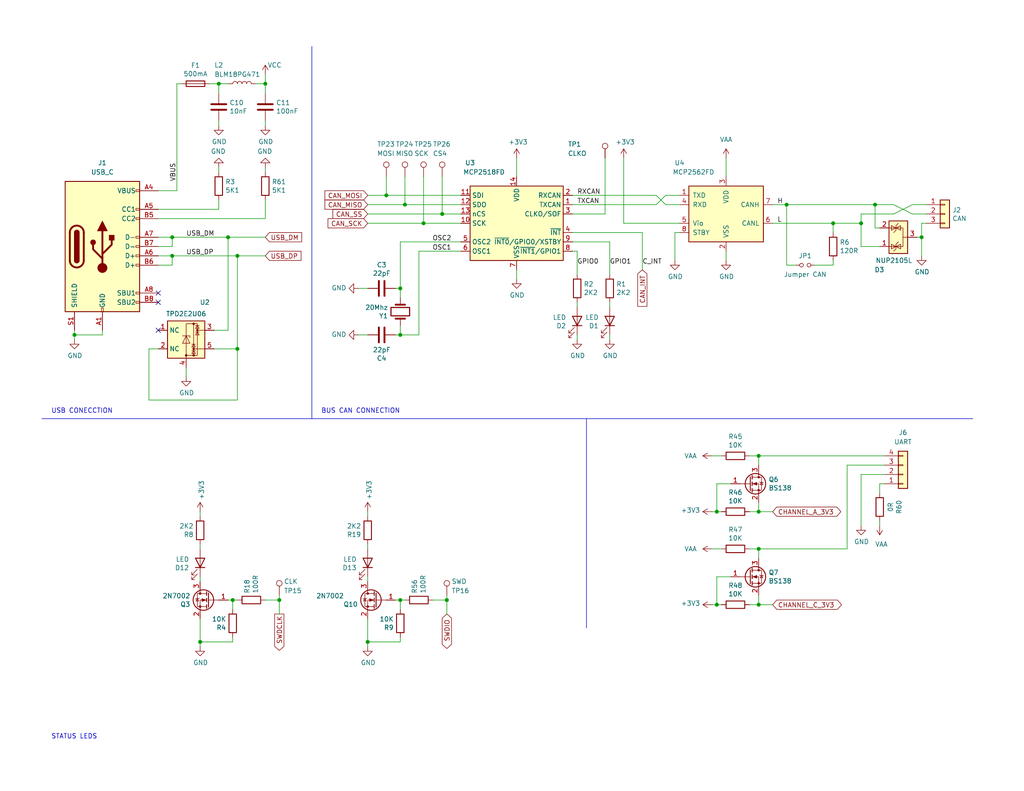
<source format=kicad_sch>
(kicad_sch (version 20231120) (generator "eeschema") (generator_version "8.0")
  (paper "USLetter")
  (title_block (title "Game//Cat") (date "2022-05-29") (rev "R4"))
  (lib_symbols
    (symbol "Connector:TestPoint" (pin_numbers hide) (pin_names (offset 0.762) hide)
      (property "Reference" "TP" (at 0 6.858 0))
      (property "Value" "TestPoint" (at 0 5.08 0))
      (symbol "TestPoint_0_1"
        (circle (center 0 3.302) (radius 0.762))
      )
      (symbol "TestPoint_1_1"
        (pin passive line (at 0 0 90) (length 2.54) (name "1") (number "1"))
      )
    )
    (symbol "Connector:USB_C_Receptacle_USB2.0" (pin_names (offset 1.016))
      (property "Reference" "J" (at -10.16 19.05 0))
      (property "Value" "USB_C_Receptacle_USB2.0" (at 19.05 19.05 0))
      (symbol "USB_C_Receptacle_USB2.0_0_0"
        (rectangle (start -0.254 -17.78) (end 0.254 -16.764))
        (rectangle (start 10.16 -14.986) (end 9.144 -15.494))
        (rectangle (start 10.16 -12.446) (end 9.144 -12.954))
        (rectangle (start 10.16 -4.826) (end 9.144 -5.334))
        (rectangle (start 10.16 -2.286) (end 9.144 -2.794))
        (rectangle (start 10.16 0.254) (end 9.144 -0.254))
        (rectangle (start 10.16 2.794) (end 9.144 2.286))
        (rectangle (start 10.16 7.874) (end 9.144 7.366))
        (rectangle (start 10.16 10.414) (end 9.144 9.906))
        (rectangle (start 10.16 15.494) (end 9.144 14.986))
      )
      (symbol "USB_C_Receptacle_USB2.0_0_1"
        (rectangle (start -10.16 17.78) (end 10.16 -17.78) (stroke (width 0.254)) (fill (type background)))
        (arc (start -8.89 -3.81) (mid -6.985 -5.7067) (end -5.08 -3.81) (stroke (width 0.508)))
        (arc (start -7.62 -3.81) (mid -6.985 -4.4423) (end -6.35 -3.81) (stroke (width 0.254)))
        (arc (start -7.62 -3.81) (mid -6.985 -4.4423) (end -6.35 -3.81) (stroke (width 0.254)) (fill (type outline)))
        (rectangle (start -7.62 -3.81) (end -6.35 3.81) (stroke (width 0.254)) (fill (type outline)))
        (arc (start -6.35 3.81) (mid -6.985 4.4423) (end -7.62 3.81) (stroke (width 0.254)))
        (arc (start -6.35 3.81) (mid -6.985 4.4423) (end -7.62 3.81) (stroke (width 0.254)) (fill (type outline)))
        (arc (start -5.08 3.81) (mid -6.985 5.7067) (end -8.89 3.81) (stroke (width 0.508)))
        (circle (center -2.54 1.143) (radius 0.635) (stroke (width 0.254)) (fill (type outline)))
        (circle (center 0 -5.842) (radius 1.27) (fill (type outline)))
        (polyline (pts (xy -8.89 -3.81) (xy -8.89 3.81)) (stroke (width 0.508)))
        (polyline (pts (xy -5.08 3.81) (xy -5.08 -3.81)) (stroke (width 0.508)))
        (polyline (pts (xy 0 -5.842) (xy 0 4.318)) (stroke (width 0.508)))
        (polyline (pts (xy 0 -3.302) (xy -2.54 -0.762) (xy -2.54 0.508)) (stroke (width 0.508)))
        (polyline (pts (xy 0 -2.032) (xy 2.54 0.508) (xy 2.54 1.778)) (stroke (width 0.508)))
        (polyline (pts (xy -1.27 4.318) (xy 0 6.858) (xy 1.27 4.318) (xy -1.27 4.318)) (stroke (width 0.254)) (fill (type outline)))
        (rectangle (start 1.905 1.778) (end 3.175 3.048) (stroke (width 0.254)) (fill (type outline)))
      )
      (symbol "USB_C_Receptacle_USB2.0_1_1"
        (pin passive line (at 0 -22.86 90) (length 5.08) (name "GND") (number "A1"))
        (pin passive line (at 0 -22.86 90) (length 5.08) hide (name "GND") (number "A12"))
        (pin passive line (at 15.24 15.24 180) (length 5.08) (name "VBUS") (number "A4"))
        (pin bidirectional line (at 15.24 10.16 180) (length 5.08) (name "CC1") (number "A5"))
        (pin bidirectional line (at 15.24 -2.54 180) (length 5.08) (name "D+") (number "A6"))
        (pin bidirectional line (at 15.24 2.54 180) (length 5.08) (name "D-") (number "A7"))
        (pin bidirectional line (at 15.24 -12.7 180) (length 5.08) (name "SBU1") (number "A8"))
        (pin passive line (at 15.24 15.24 180) (length 5.08) hide (name "VBUS") (number "A9"))
        (pin passive line (at 0 -22.86 90) (length 5.08) hide (name "GND") (number "B1"))
        (pin passive line (at 0 -22.86 90) (length 5.08) hide (name "GND") (number "B12"))
        (pin passive line (at 15.24 15.24 180) (length 5.08) hide (name "VBUS") (number "B4"))
        (pin bidirectional line (at 15.24 7.62 180) (length 5.08) (name "CC2") (number "B5"))
        (pin bidirectional line (at 15.24 -5.08 180) (length 5.08) (name "D+") (number "B6"))
        (pin bidirectional line (at 15.24 0 180) (length 5.08) (name "D-") (number "B7"))
        (pin bidirectional line (at 15.24 -15.24 180) (length 5.08) (name "SBU2") (number "B8"))
        (pin passive line (at 15.24 15.24 180) (length 5.08) hide (name "VBUS") (number "B9"))
        (pin passive line (at -7.62 -22.86 90) (length 5.08) (name "SHIELD") (number "S1"))
      )
    )
    (symbol "Connector_Generic:Conn_01x03" (pin_names (offset 1.016) hide)
      (property "Reference" "J" (at 0 5.08 0))
      (property "Value" "Conn_01x03" (at 0 -5.08 0))
      (symbol "Conn_01x03_1_1"
        (rectangle (start -1.27 -2.413) (end 0 -2.667) (stroke (width 0.1524)))
        (rectangle (start -1.27 0.127) (end 0 -0.127) (stroke (width 0.1524)))
        (rectangle (start -1.27 2.667) (end 0 2.413) (stroke (width 0.1524)))
        (rectangle (start -1.27 3.81) (end 1.27 -3.81) (stroke (width 0.254)) (fill (type background)))
        (pin passive line (at -5.08 2.54 0) (length 3.81) (name "Pin_1") (number "1"))
        (pin passive line (at -5.08 0 0) (length 3.81) (name "Pin_2") (number "2"))
        (pin passive line (at -5.08 -2.54 0) (length 3.81) (name "Pin_3") (number "3"))
      )
    )
    (symbol "Connector_Generic:Conn_01x04" (pin_names (offset 1.016) hide)
      (property "Reference" "J" (at 0 5.08 0))
      (property "Value" "Conn_01x04" (at 0 -7.62 0))
      (symbol "Conn_01x04_1_1"
        (rectangle (start -1.27 -4.953) (end 0 -5.207) (stroke (width 0.1524)))
        (rectangle (start -1.27 -2.413) (end 0 -2.667) (stroke (width 0.1524)))
        (rectangle (start -1.27 0.127) (end 0 -0.127) (stroke (width 0.1524)))
        (rectangle (start -1.27 2.667) (end 0 2.413) (stroke (width 0.1524)))
        (rectangle (start -1.27 3.81) (end 1.27 -6.35) (stroke (width 0.254)) (fill (type background)))
        (pin passive line (at -5.08 2.54 0) (length 3.81) (name "Pin_1") (number "1"))
        (pin passive line (at -5.08 0 0) (length 3.81) (name "Pin_2") (number "2"))
        (pin passive line (at -5.08 -2.54 0) (length 3.81) (name "Pin_3") (number "3"))
        (pin passive line (at -5.08 -5.08 0) (length 3.81) (name "Pin_4") (number "4"))
      )
    )
    (symbol "Device:C" (pin_numbers hide) (pin_names (offset 0.254))
      (property "Reference" "C" (at 0.635 2.54 0))
      (property "Value" "C" (at 0.635 -2.54 0))
      (symbol "C_0_1"
        (polyline (pts (xy -2.032 -0.762) (xy 2.032 -0.762)) (stroke (width 0.508)))
        (polyline (pts (xy -2.032 0.762) (xy 2.032 0.762)) (stroke (width 0.508)))
      )
      (symbol "C_1_1"
        (pin passive line (at 0 3.81 270) (length 2.794) (name "~") (number "1"))
        (pin passive line (at 0 -3.81 90) (length 2.794) (name "~") (number "2"))
      )
    )
    (symbol "Device:Crystal" (pin_numbers hide) (pin_names (offset 1.016) hide)
      (property "Reference" "Y" (at 0 3.81 0))
      (property "Value" "Crystal" (at 0 -3.81 0))
      (symbol "Crystal_0_1"
        (rectangle (start -1.143 2.54) (end 1.143 -2.54) (stroke (width 0.3048)))
        (polyline (pts (xy -2.54 0) (xy -1.905 0)))
        (polyline (pts (xy -1.905 -1.27) (xy -1.905 1.27)) (stroke (width 0.508)))
        (polyline (pts (xy 1.905 -1.27) (xy 1.905 1.27)) (stroke (width 0.508)))
        (polyline (pts (xy 2.54 0) (xy 1.905 0)))
      )
      (symbol "Crystal_1_1"
        (pin passive line (at -3.81 0 0) (length 1.27) (name "1") (number "1"))
        (pin passive line (at 3.81 0 180) (length 1.27) (name "2") (number "2"))
      )
    )
    (symbol "Device:Fuse" (pin_numbers hide) (pin_names (offset 0))
      (property "Reference" "F" (at 2.032 0 90))
      (property "Value" "Fuse" (at -1.905 0 90))
      (symbol "Fuse_0_1"
        (rectangle (start -0.762 -2.54) (end 0.762 2.54) (stroke (width 0.254)))
        (polyline (pts (xy 0 2.54) (xy 0 -2.54)))
      )
      (symbol "Fuse_1_1"
        (pin passive line (at 0 3.81 270) (length 1.27) (name "~") (number "1"))
        (pin passive line (at 0 -3.81 90) (length 1.27) (name "~") (number "2"))
      )
    )
    (symbol "Device:Jumper_NO_Small" (pin_numbers hide) (pin_names (offset 0.762) hide)
      (property "Reference" "JP" (at 0 2.032 0))
      (property "Value" "Device_Jumper_NO_Small" (at 0.254 -1.524 0))
      (symbol "Jumper_NO_Small_0_1"
        (circle (center -1.016 0) (radius 0.508))
        (circle (center 1.016 0) (radius 0.508))
        (pin passive line (at -2.54 0 0) (length 1.016) (name "1") (number "1"))
        (pin passive line (at 2.54 0 180) (length 1.016) (name "2") (number "2"))
      )
    )
    (symbol "Device:L" (pin_numbers hide) (pin_names (offset 1.016) hide)
      (property "Reference" "L" (at -1.27 0 90))
      (property "Value" "L" (at 1.905 0 90))
      (symbol "L_0_1"
        (arc (start 0 -2.54) (mid 0.6323 -1.905) (end 0 -1.27))
        (arc (start 0 -1.27) (mid 0.6323 -0.635) (end 0 0))
        (arc (start 0 0) (mid 0.6323 0.635) (end 0 1.27))
        (arc (start 0 1.27) (mid 0.6323 1.905) (end 0 2.54))
      )
      (symbol "L_1_1"
        (pin passive line (at 0 3.81 270) (length 1.27) (name "1") (number "1"))
        (pin passive line (at 0 -3.81 90) (length 1.27) (name "2") (number "2"))
      )
    )
    (symbol "Device:LED" (pin_numbers hide) (pin_names (offset 1.016) hide)
      (property "Reference" "D" (at 0 2.54 0))
      (property "Value" "LED" (at 0 -2.54 0))
      (symbol "LED_0_1"
        (polyline (pts (xy -1.27 -1.27) (xy -1.27 1.27)) (stroke (width 0.254)))
        (polyline (pts (xy -1.27 0) (xy 1.27 0)))
        (polyline (pts (xy 1.27 -1.27) (xy 1.27 1.27) (xy -1.27 0) (xy 1.27 -1.27)) (stroke (width 0.254)))
        (polyline (pts (xy -3.048 -0.762) (xy -4.572 -2.286) (xy -3.81 -2.286) (xy -4.572 -2.286) (xy -4.572 -1.524)))
        (polyline (pts (xy -1.778 -0.762) (xy -3.302 -2.286) (xy -2.54 -2.286) (xy -3.302 -2.286) (xy -3.302 -1.524)))
      )
      (symbol "LED_1_1"
        (pin passive line (at -3.81 0 0) (length 2.54) (name "K") (number "1"))
        (pin passive line (at 3.81 0 180) (length 2.54) (name "A") (number "2"))
      )
    )
    (symbol "Device:Q_NMOS_GSD" (pin_names (offset 0) hide)
      (property "Reference" "Q" (at 5.08 1.27 0))
      (property "Value" "Q_NMOS_GSD" (at 5.08 -1.27 0))
      (symbol "Q_NMOS_GSD_0_1"
        (polyline (pts (xy 0.254 0) (xy -2.54 0)))
        (polyline (pts (xy 0.254 1.905) (xy 0.254 -1.905)) (stroke (width 0.254)))
        (polyline (pts (xy 0.762 -1.27) (xy 0.762 -2.286)) (stroke (width 0.254)))
        (polyline (pts (xy 0.762 0.508) (xy 0.762 -0.508)) (stroke (width 0.254)))
        (polyline (pts (xy 0.762 2.286) (xy 0.762 1.27)) (stroke (width 0.254)))
        (polyline (pts (xy 2.54 2.54) (xy 2.54 1.778)))
        (polyline (pts (xy 2.54 -2.54) (xy 2.54 0) (xy 0.762 0)))
        (polyline (pts (xy 0.762 -1.778) (xy 3.302 -1.778) (xy 3.302 1.778) (xy 0.762 1.778)))
        (polyline (pts (xy 1.016 0) (xy 2.032 0.381) (xy 2.032 -0.381) (xy 1.016 0)) (fill (type outline)))
        (polyline (pts (xy 2.794 0.508) (xy 2.921 0.381) (xy 3.683 0.381) (xy 3.81 0.254)))
        (polyline (pts (xy 3.302 0.381) (xy 2.921 -0.254) (xy 3.683 -0.254) (xy 3.302 0.381)))
        (circle (center 1.651 0) (radius 2.794) (stroke (width 0.254)))
        (circle (center 2.54 -1.778) (radius 0.254) (fill (type outline)))
        (circle (center 2.54 1.778) (radius 0.254) (fill (type outline)))
      )
      (symbol "Q_NMOS_GSD_1_1"
        (pin input line (at -5.08 0 0) (length 2.54) (name "G") (number "1"))
        (pin passive line (at 2.54 -5.08 90) (length 2.54) (name "S") (number "2"))
        (pin passive line (at 2.54 5.08 270) (length 2.54) (name "D") (number "3"))
      )
    )
    (symbol "Device:R" (pin_numbers hide) (pin_names (offset 0))
      (property "Reference" "R" (at 2.032 0 90))
      (property "Value" "R" (at 0 0 90))
      (symbol "R_0_1"
        (rectangle (start -1.016 -2.54) (end 1.016 2.54) (stroke (width 0.254)))
      )
      (symbol "R_1_1"
        (pin passive line (at 0 3.81 270) (length 1.27) (name "~") (number "1"))
        (pin passive line (at 0 -3.81 90) (length 1.27) (name "~") (number "2"))
      )
    )
    (symbol "Interface_CAN_LIN:MCP2517FD-xSL"
      (property "Reference" "U" (at -12.7 12.7 0))
      (property "Value" "MCP2517FD-xSL" (at 2.54 12.7 0))
      (symbol "MCP2517FD-xSL_0_1"
        (rectangle (start -12.7 10.16) (end 12.7 -10.16) (stroke (width 0.254)) (fill (type background)))
      )
      (symbol "MCP2517FD-xSL_1_1"
        (pin output line (at 15.24 5.08 180) (length 2.54) (name "TXCAN") (number "1"))
        (pin input line (at -15.24 0 0) (length 2.54) (name "SCK") (number "10"))
        (pin input line (at -15.24 7.62 0) (length 2.54) (name "SDI") (number "11"))
        (pin output line (at -15.24 5.08 0) (length 2.54) (name "SDO") (number "12"))
        (pin input line (at -15.24 2.54 0) (length 2.54) (name "nCS") (number "13"))
        (pin power_in line (at 0 12.7 270) (length 2.54) (name "VDD") (number "14"))
        (pin input line (at 15.24 7.62 180) (length 2.54) (name "RXCAN") (number "2"))
        (pin output line (at 15.24 2.54 180) (length 2.54) (name "CLKO/SOF") (number "3"))
        (pin output line (at 15.24 -2.54 180) (length 2.54) (name "~{INT}") (number "4"))
        (pin output line (at -15.24 -5.08 0) (length 2.54) (name "OSC2") (number "5"))
        (pin input line (at -15.24 -7.62 0) (length 2.54) (name "OSC1") (number "6"))
        (pin power_in line (at 0 -12.7 90) (length 2.54) (name "VSS") (number "7"))
        (pin bidirectional line (at 15.24 -7.62 180) (length 2.54) (name "~{INT1}/GPIO1") (number "8"))
        (pin bidirectional line (at 15.24 -5.08 180) (length 2.54) (name "~{INT0}/GPIO0/XSTBY") (number "9"))
      )
    )
    (symbol "Interface_CAN_LIN:MCP2562-E-SN" (pin_names (offset 1.016))
      (property "Reference" "U" (at -10.16 8.89 0))
      (property "Value" "MCP2562-E-SN" (at 2.54 8.89 0))
      (symbol "MCP2562-E-SN_0_1"
        (rectangle (start -10.16 7.62) (end 10.16 -7.62) (stroke (width 0.254)) (fill (type background)))
      )
      (symbol "MCP2562-E-SN_1_1"
        (pin input line (at -12.7 5.08 0) (length 2.54) (name "TXD") (number "1"))
        (pin power_in line (at 0 -10.16 90) (length 2.54) (name "VSS") (number "2"))
        (pin power_in line (at 0 10.16 270) (length 2.54) (name "VDD") (number "3"))
        (pin output line (at -12.7 2.54 0) (length 2.54) (name "RXD") (number "4"))
        (pin power_in line (at -12.7 -2.54 0) (length 2.54) (name "Vio") (number "5"))
        (pin bidirectional line (at 12.7 -2.54 180) (length 2.54) (name "CANL") (number "6"))
        (pin bidirectional line (at 12.7 2.54 180) (length 2.54) (name "CANH") (number "7"))
        (pin input line (at -12.7 -5.08 0) (length 2.54) (name "STBY") (number "8"))
      )
    )
    (symbol "Power_Protection:NUP2105L" (pin_names hide)
      (property "Reference" "D" (at 5.715 2.54 0))
      (property "Value" "NUP2105L" (at 5.715 0.635 0))
      (symbol "NUP2105L_0_0"
        (pin passive line (at 0 -5.08 90) (length 2.54) (name "A") (number "3"))
      )
      (symbol "NUP2105L_0_1"
        (rectangle (start -4.445 2.54) (end 4.445 -2.54) (stroke (width 0.254)) (fill (type background)))
        (polyline (pts (xy -2.54 2.54) (xy -2.54 0.635)))
        (polyline (pts (xy 0 -1.27) (xy 0 -2.54)))
        (polyline (pts (xy 2.54 2.54) (xy 2.54 0.635)))
        (polyline (pts (xy -3.81 1.27) (xy -3.175 0.635) (xy -1.905 0.635) (xy -1.27 0)))
        (polyline (pts (xy -2.54 0.635) (xy -2.54 -1.27) (xy 2.54 -1.27) (xy 2.54 0.635)))
        (polyline (pts (xy -2.54 0.635) (xy -1.905 -0.635) (xy -3.175 -0.635) (xy -2.54 0.635)))
        (polyline (pts (xy 2.54 0.635) (xy 1.905 -0.635) (xy 3.175 -0.635) (xy 2.54 0.635)))
        (polyline (pts (xy 2.54 0.635) (xy 3.175 1.905) (xy 1.905 1.905) (xy 2.54 0.635)))
        (polyline (pts (xy -2.54 0.635) (xy -3.175 1.905) (xy -1.905 1.905) (xy -2.54 0.635) (xy -2.54 1.27)))
        (polyline (pts (xy 1.27 1.27) (xy 1.905 0.635) (xy 2.54 0.635) (xy 3.175 0.635) (xy 3.81 0)))
      )
      (symbol "NUP2105L_1_1"
        (pin passive line (at -2.54 5.08 270) (length 2.54) (name "K") (number "1"))
        (pin passive line (at 2.54 5.08 270) (length 2.54) (name "K") (number "2"))
      )
    )
    (symbol "Power_Protection:TPD2E2U06"
      (property "Reference" "U" (at -3.81 6.35 0))
      (property "Value" "TPD2E2U06" (at 6.35 -6.35 0))
      (symbol "TPD2E2U06_0_1"
        (rectangle (start -5.08 5.08) (end 5.08 -5.08) (stroke (width 0.254)) (fill (type background)))
        (circle (center -3.048 2.54) (radius 0.254) (fill (type outline)))
        (rectangle (start -3.048 4.318) (end 0 -4.318))
        (circle (center -2.032 -4.318) (radius 0.254) (fill (type outline)))
        (circle (center -2.032 -2.54) (radius 0.254) (fill (type outline)))
        (circle (center -2.032 4.318) (radius 0.254) (fill (type outline)))
        (circle (center 0 -4.318) (radius 0.254) (fill (type outline)))
        (polyline (pts (xy -3.048 2.54) (xy -5.08 2.54)))
        (polyline (pts (xy -2.54 2.032) (xy -3.556 2.032)))
        (polyline (pts (xy -2.54 3.81) (xy -3.556 3.81)))
        (polyline (pts (xy -2.032 -4.318) (xy -2.032 4.318)))
        (polyline (pts (xy -2.032 -2.54) (xy -5.08 -2.54)))
        (polyline (pts (xy -1.524 -3.048) (xy -2.54 -3.048)))
        (polyline (pts (xy -1.524 -1.27) (xy -2.54 -1.27)))
        (polyline (pts (xy 0 -4.318) (xy 0 -5.08)))
        (polyline (pts (xy 1.016 1.016) (xy -1.016 1.016) (xy -1.016 0.508)))
        (polyline (pts (xy -3.048 2.032) (xy -3.556 1.27) (xy -2.54 1.27) (xy -3.048 2.032)))
        (polyline (pts (xy -3.048 3.81) (xy -3.556 3.048) (xy -2.54 3.048) (xy -3.048 3.81)))
        (polyline (pts (xy -2.032 -3.048) (xy -2.54 -3.81) (xy -1.524 -3.81) (xy -2.032 -3.048)))
        (polyline (pts (xy -2.032 -1.27) (xy -2.54 -2.032) (xy -1.524 -2.032) (xy -2.032 -1.27)))
        (polyline (pts (xy 0 1.016) (xy 1.016 -1.016) (xy -1.016 -1.016) (xy 0 1.016)))
      )
      (symbol "TPD2E2U06_1_1"
        (pin passive line (at 7.62 2.54 180) (length 2.54) (name "NC") (number "1"))
        (pin passive line (at 7.62 -2.54 180) (length 2.54) (name "NC") (number "2"))
        (pin passive line (at -7.62 2.54 0) (length 2.54) (name "~") (number "3"))
        (pin passive line (at 0 -7.62 90) (length 2.54) (name "~") (number "4"))
        (pin passive line (at -7.62 -2.54 0) (length 2.54) (name "~") (number "5"))
      )
    )
    (symbol "Transistor_FET:2N7002" (pin_names hide)
      (property "Reference" "Q" (at 5.08 1.905 0))
      (property "Value" "2N7002" (at 5.08 0 0))
      (symbol "2N7002_0_1"
        (polyline (pts (xy 0.254 0) (xy -2.54 0)))
        (polyline (pts (xy 0.254 1.905) (xy 0.254 -1.905)) (stroke (width 0.254)))
        (polyline (pts (xy 0.762 -1.27) (xy 0.762 -2.286)) (stroke (width 0.254)))
        (polyline (pts (xy 0.762 0.508) (xy 0.762 -0.508)) (stroke (width 0.254)))
        (polyline (pts (xy 0.762 2.286) (xy 0.762 1.27)) (stroke (width 0.254)))
        (polyline (pts (xy 2.54 2.54) (xy 2.54 1.778)))
        (polyline (pts (xy 2.54 -2.54) (xy 2.54 0) (xy 0.762 0)))
        (polyline (pts (xy 0.762 -1.778) (xy 3.302 -1.778) (xy 3.302 1.778) (xy 0.762 1.778)))
        (polyline (pts (xy 1.016 0) (xy 2.032 0.381) (xy 2.032 -0.381) (xy 1.016 0)) (fill (type outline)))
        (polyline (pts (xy 2.794 0.508) (xy 2.921 0.381) (xy 3.683 0.381) (xy 3.81 0.254)))
        (polyline (pts (xy 3.302 0.381) (xy 2.921 -0.254) (xy 3.683 -0.254) (xy 3.302 0.381)))
        (circle (center 1.651 0) (radius 2.794) (stroke (width 0.254)))
        (circle (center 2.54 -1.778) (radius 0.254) (fill (type outline)))
        (circle (center 2.54 1.778) (radius 0.254) (fill (type outline)))
      )
      (symbol "2N7002_1_1"
        (pin input line (at -5.08 0 0) (length 2.54) (name "G") (number "1"))
        (pin passive line (at 2.54 -5.08 90) (length 2.54) (name "S") (number "2"))
        (pin passive line (at 2.54 5.08 270) (length 2.54) (name "D") (number "3"))
      )
    )
    (symbol "power:+3.3V" (power) (pin_names (offset 0))
      (property "Value" "+3.3V" (at 0 3.556 0))
      (symbol "+3.3V_0_1"
        (polyline (pts (xy -0.762 1.27) (xy 0 2.54)))
        (polyline (pts (xy 0 0) (xy 0 2.54)))
        (polyline (pts (xy 0 2.54) (xy 0.762 1.27)))
      )
      (symbol "+3.3V_1_1"
        (pin power_in line (at 0 0 90) (length 0) hide (name "+3V3") (number "1"))
      )
    )
    (symbol "power:GND" (power) (pin_names (offset 0))
      (property "Value" "GND" (at 0 -3.81 0))
      (symbol "GND_0_1"
        (polyline (pts (xy 0 0) (xy 0 -1.27) (xy 1.27 -1.27) (xy 0 -2.54) (xy -1.27 -1.27) (xy 0 -1.27)))
      )
      (symbol "GND_1_1"
        (pin power_in line (at 0 0 270) (length 0) hide (name "GND") (number "1"))
      )
    )
    (symbol "power:VAA" (power) (pin_names (offset 0))
      (property "Value" "VAA" (at 0 3.81 0))
      (symbol "VAA_0_1"
        (polyline (pts (xy -0.762 1.27) (xy 0 2.54)))
        (polyline (pts (xy 0 0) (xy 0 2.54)))
        (polyline (pts (xy 0 2.54) (xy 0.762 1.27)))
      )
      (symbol "VAA_1_1"
        (pin power_in line (at 0 0 90) (length 0) hide (name "VAA") (number "1"))
      )
    )
    (symbol "power:VCC" (power) (pin_names (offset 0))
      (property "Value" "VCC" (at 0 3.81 0))
      (symbol "VCC_0_1"
        (polyline (pts (xy -0.762 1.27) (xy 0 2.54)))
        (polyline (pts (xy 0 0) (xy 0 2.54)))
        (polyline (pts (xy 0 2.54) (xy 0.762 1.27)))
      )
      (symbol "VCC_1_1"
        (pin power_in line (at 0 0 90) (length 0) hide (name "VCC") (number "1"))
      )
    )
  )
  (junction (at 76.2 163.83))
  (junction (at 207.01 165.1))
  (junction (at 214.63 55.88))
  (junction (at 195.58 139.7))
  (junction (at 20.32 91.44))
  (junction (at 234.95 60.96))
  (junction (at 207.01 124.46))
  (junction (at 120.65 58.42))
  (junction (at 59.69 22.86))
  (junction (at 109.22 163.83))
  (junction (at 227.33 60.96))
  (junction (at 63.5 163.83))
  (junction (at 238.76 55.88))
  (junction (at 100.33 175.26))
  (junction (at 207.01 139.7))
  (junction (at 115.57 60.96))
  (junction (at 110.49 55.88))
  (junction (at 109.22 91.44))
  (junction (at 121.92 163.83))
  (junction (at 54.61 175.26))
  (junction (at 62.23 64.77))
  (junction (at 207.01 149.86))
  (junction (at 46.99 64.77))
  (junction (at 105.41 53.34))
  (junction (at 64.77 95.25))
  (junction (at 46.99 69.85))
  (junction (at 72.39 22.86))
  (junction (at 64.77 69.85))
  (junction (at 195.58 165.1))
  (junction (at 109.22 78.74))
  (junction (at 251.46 64.77))
  (no_connect (at 43.18 80.01))
  (no_connect (at 43.18 82.55))
  (no_connect (at 43.18 90.17))
  (wire (pts (xy 156.21 68.58) (xy 157.48 68.58)))
  (wire (pts (xy 238.76 62.23) (xy 238.76 55.88)))
  (wire (pts (xy 105.41 48.26) (xy 105.41 53.34)))
  (wire (pts (xy 27.94 90.17) (xy 27.94 91.44)))
  (wire (pts (xy 54.61 140.97) (xy 54.61 139.7)))
  (wire (pts (xy 121.92 163.83) (xy 121.92 167.64)))
  (wire (pts (xy 195.58 139.7) (xy 194.31 139.7)))
  (polyline (pts (xy 85.09 114.3) (xy 85.09 12.7)))
  (wire (pts (xy 72.39 33.02) (xy 72.39 34.29)))
  (wire (pts (xy 231.14 149.86) (xy 231.14 127)))
  (wire (pts (xy 210.82 165.1) (xy 207.01 165.1)))
  (wire (pts (xy 62.23 64.77) (xy 72.39 64.77)))
  (wire (pts (xy 59.69 22.86) (xy 59.69 25.4)))
  (wire (pts (xy 214.63 72.39) (xy 214.63 55.88)))
  (wire (pts (xy 125.73 53.34) (xy 105.41 53.34)))
  (wire (pts (xy 179.07 53.34) (xy 181.61 55.88)))
  (wire (pts (xy 100.33 140.97) (xy 100.33 139.7)))
  (wire (pts (xy 125.73 60.96) (xy 115.57 60.96)))
  (wire (pts (xy 210.82 55.88) (xy 214.63 55.88)))
  (wire (pts (xy 156.21 58.42) (xy 165.1 58.42)))
  (wire (pts (xy 181.61 53.34) (xy 185.42 53.34)))
  (wire (pts (xy 198.12 68.58) (xy 198.12 71.12)))
  (wire (pts (xy 195.58 157.48) (xy 195.58 165.1)))
  (wire (pts (xy 100.33 58.42) (xy 120.65 58.42)))
  (wire (pts (xy 120.65 48.26) (xy 120.65 58.42)))
  (wire (pts (xy 238.76 55.88) (xy 243.84 55.88)))
  (wire (pts (xy 241.3 132.08) (xy 240.03 132.08)))
  (wire (pts (xy 198.12 43.18) (xy 198.12 48.26)))
  (wire (pts (xy 62.23 90.17) (xy 62.23 64.77)))
  (wire (pts (xy 140.97 43.18) (xy 140.97 48.26)))
  (wire (pts (xy 210.82 60.96) (xy 227.33 60.96)))
  (wire (pts (xy 175.26 63.5) (xy 175.26 73.66)))
  (polyline (pts (xy 11.43 114.3) (xy 265.43 114.3)))
  (wire (pts (xy 114.3 68.58) (xy 125.73 68.58)))
  (wire (pts (xy 40.64 95.25) (xy 40.64 109.22)))
  (wire (pts (xy 40.64 109.22) (xy 64.77 109.22)))
  (wire (pts (xy 100.33 157.48) (xy 100.33 158.75)))
  (wire (pts (xy 72.39 45.72) (xy 72.39 46.99)))
  (wire (pts (xy 109.22 78.74) (xy 109.22 81.28)))
  (wire (pts (xy 234.95 67.31) (xy 234.95 60.96)))
  (wire (pts (xy 118.11 163.83) (xy 121.92 163.83)))
  (wire (pts (xy 251.46 60.96) (xy 251.46 64.77)))
  (wire (pts (xy 63.5 173.99) (xy 63.5 175.26)))
  (wire (pts (xy 109.22 66.04) (xy 125.73 66.04)))
  (wire (pts (xy 97.79 78.74) (xy 100.33 78.74)))
  (wire (pts (xy 196.85 149.86) (xy 194.31 149.86)))
  (wire (pts (xy 76.2 163.83) (xy 76.2 167.64)))
  (wire (pts (xy 72.39 163.83) (xy 76.2 163.83)))
  (wire (pts (xy 199.39 157.48) (xy 195.58 157.48)))
  (wire (pts (xy 110.49 48.26) (xy 110.49 55.88)))
  (wire (pts (xy 227.33 63.5) (xy 227.33 60.96)))
  (wire (pts (xy 114.3 68.58) (xy 114.3 91.44)))
  (wire (pts (xy 105.41 53.34) (xy 100.33 53.34)))
  (wire (pts (xy 234.95 67.31) (xy 240.03 67.31)))
  (wire (pts (xy 157.48 82.55) (xy 157.48 83.82)))
  (wire (pts (xy 179.07 55.88) (xy 181.61 53.34)))
  (wire (pts (xy 204.47 149.86) (xy 207.01 149.86)))
  (wire (pts (xy 20.32 91.44) (xy 20.32 92.71)))
  (wire (pts (xy 207.01 137.16) (xy 207.01 139.7)))
  (wire (pts (xy 62.23 163.83) (xy 63.5 163.83)))
  (wire (pts (xy 59.69 45.72) (xy 59.69 46.99)))
  (wire (pts (xy 165.1 58.42) (xy 165.1 43.18)))
  (wire (pts (xy 63.5 163.83) (xy 63.5 166.37)))
  (wire (pts (xy 76.2 162.56) (xy 76.2 163.83)))
  (wire (pts (xy 69.85 22.86) (xy 72.39 22.86)))
  (wire (pts (xy 251.46 64.77) (xy 251.46 69.85)))
  (wire (pts (xy 57.15 22.86) (xy 59.69 22.86)))
  (wire (pts (xy 156.21 66.04) (xy 166.37 66.04)))
  (wire (pts (xy 227.33 72.39) (xy 227.33 71.12)))
  (wire (pts (xy 234.95 58.42) (xy 243.84 58.42)))
  (wire (pts (xy 234.95 143.51) (xy 234.95 129.54)))
  (wire (pts (xy 252.73 60.96) (xy 251.46 60.96)))
  (wire (pts (xy 196.85 165.1) (xy 195.58 165.1)))
  (wire (pts (xy 240.03 62.23) (xy 238.76 62.23)))
  (wire (pts (xy 109.22 66.04) (xy 109.22 78.74)))
  (wire (pts (xy 43.18 57.15) (xy 59.69 57.15)))
  (wire (pts (xy 207.01 152.4) (xy 207.01 149.86)))
  (wire (pts (xy 100.33 175.26) (xy 100.33 176.53)))
  (wire (pts (xy 58.42 90.17) (xy 62.23 90.17)))
  (wire (pts (xy 166.37 82.55) (xy 166.37 83.82)))
  (wire (pts (xy 210.82 139.7) (xy 207.01 139.7)))
  (wire (pts (xy 185.42 63.5) (xy 184.15 63.5)))
  (wire (pts (xy 227.33 60.96) (xy 234.95 60.96)))
  (wire (pts (xy 109.22 163.83) (xy 109.22 166.37)))
  (wire (pts (xy 20.32 90.17) (xy 20.32 91.44)))
  (wire (pts (xy 207.01 165.1) (xy 204.47 165.1)))
  (wire (pts (xy 46.99 67.31) (xy 46.99 64.77)))
  (wire (pts (xy 156.21 53.34) (xy 179.07 53.34)))
  (wire (pts (xy 97.79 91.44) (xy 100.33 91.44)))
  (wire (pts (xy 43.18 72.39) (xy 46.99 72.39)))
  (wire (pts (xy 207.01 149.86) (xy 231.14 149.86)))
  (wire (pts (xy 58.42 95.25) (xy 64.77 95.25)))
  (wire (pts (xy 64.77 95.25) (xy 64.77 69.85)))
  (wire (pts (xy 109.22 173.99) (xy 109.22 175.26)))
  (wire (pts (xy 72.39 22.86) (xy 72.39 25.4)))
  (wire (pts (xy 109.22 163.83) (xy 110.49 163.83)))
  (wire (pts (xy 157.48 68.58) (xy 157.48 74.93)))
  (wire (pts (xy 184.15 63.5) (xy 184.15 71.12)))
  (wire (pts (xy 166.37 91.44) (xy 166.37 92.71)))
  (wire (pts (xy 120.65 58.42) (xy 125.73 58.42)))
  (wire (pts (xy 156.21 63.5) (xy 175.26 63.5)))
  (wire (pts (xy 156.21 55.88) (xy 179.07 55.88)))
  (wire (pts (xy 43.18 52.07) (xy 48.26 52.07)))
  (wire (pts (xy 243.84 58.42) (xy 248.92 55.88)))
  (wire (pts (xy 43.18 64.77) (xy 46.99 64.77)))
  (wire (pts (xy 64.77 69.85) (xy 72.39 69.85)))
  (wire (pts (xy 207.01 127) (xy 207.01 124.46)))
  (wire (pts (xy 240.03 142.24) (xy 240.03 143.51)))
  (wire (pts (xy 195.58 132.08) (xy 195.58 139.7)))
  (wire (pts (xy 248.92 55.88) (xy 252.73 55.88)))
  (wire (pts (xy 54.61 149.86) (xy 54.61 148.59)))
  (wire (pts (xy 100.33 149.86) (xy 100.33 148.59)))
  (wire (pts (xy 59.69 33.02) (xy 59.69 34.29)))
  (wire (pts (xy 115.57 48.26) (xy 115.57 60.96)))
  (wire (pts (xy 46.99 69.85) (xy 64.77 69.85)))
  (wire (pts (xy 243.84 55.88) (xy 248.92 58.42)))
  (wire (pts (xy 109.22 91.44) (xy 107.95 91.44)))
  (wire (pts (xy 240.03 132.08) (xy 240.03 134.62)))
  (wire (pts (xy 43.18 69.85) (xy 46.99 69.85)))
  (wire (pts (xy 54.61 175.26) (xy 54.61 176.53)))
  (wire (pts (xy 170.18 60.96) (xy 185.42 60.96)))
  (wire (pts (xy 207.01 124.46) (xy 241.3 124.46)))
  (wire (pts (xy 54.61 157.48) (xy 54.61 158.75)))
  (wire (pts (xy 49.53 22.86) (xy 48.26 22.86)))
  (wire (pts (xy 100.33 168.91) (xy 100.33 175.26)))
  (wire (pts (xy 115.57 60.96) (xy 100.33 60.96)))
  (wire (pts (xy 181.61 55.88) (xy 185.42 55.88)))
  (wire (pts (xy 204.47 124.46) (xy 207.01 124.46)))
  (wire (pts (xy 46.99 72.39) (xy 46.99 69.85)))
  (wire (pts (xy 54.61 175.26) (xy 63.5 175.26)))
  (wire (pts (xy 107.95 78.74) (xy 109.22 78.74)))
  (wire (pts (xy 114.3 91.44) (xy 109.22 91.44)))
  (wire (pts (xy 196.85 124.46) (xy 194.31 124.46)))
  (polyline (pts (xy 160.02 171.45) (xy 160.02 114.3)))
  (wire (pts (xy 48.26 22.86) (xy 48.26 52.07)))
  (wire (pts (xy 59.69 57.15) (xy 59.69 54.61)))
  (wire (pts (xy 234.95 129.54) (xy 241.3 129.54)))
  (wire (pts (xy 62.23 22.86) (xy 59.69 22.86)))
  (wire (pts (xy 109.22 88.9) (xy 109.22 91.44)))
  (wire (pts (xy 214.63 55.88) (xy 238.76 55.88)))
  (wire (pts (xy 250.19 64.77) (xy 251.46 64.77)))
  (wire (pts (xy 140.97 73.66) (xy 140.97 76.2)))
  (wire (pts (xy 231.14 127) (xy 241.3 127)))
  (wire (pts (xy 234.95 60.96) (xy 234.95 58.42)))
  (wire (pts (xy 46.99 64.77) (xy 62.23 64.77)))
  (wire (pts (xy 166.37 66.04) (xy 166.37 74.93)))
  (wire (pts (xy 107.95 163.83) (xy 109.22 163.83)))
  (wire (pts (xy 43.18 67.31) (xy 46.99 67.31)))
  (wire (pts (xy 222.25 72.39) (xy 227.33 72.39)))
  (wire (pts (xy 217.17 72.39) (xy 214.63 72.39)))
  (wire (pts (xy 248.92 58.42) (xy 252.73 58.42)))
  (wire (pts (xy 199.39 132.08) (xy 195.58 132.08)))
  (wire (pts (xy 125.73 55.88) (xy 110.49 55.88)))
  (wire (pts (xy 207.01 139.7) (xy 204.47 139.7)))
  (wire (pts (xy 121.92 162.56) (xy 121.92 163.83)))
  (wire (pts (xy 110.49 55.88) (xy 100.33 55.88)))
  (wire (pts (xy 100.33 175.26) (xy 109.22 175.26)))
  (wire (pts (xy 54.61 168.91) (xy 54.61 175.26)))
  (wire (pts (xy 50.8 100.33) (xy 50.8 102.87)))
  (wire (pts (xy 43.18 95.25) (xy 40.64 95.25)))
  (wire (pts (xy 20.32 91.44) (xy 27.94 91.44)))
  (wire (pts (xy 157.48 91.44) (xy 157.48 92.71)))
  (wire (pts (xy 72.39 59.69) (xy 72.39 54.61)))
  (wire (pts (xy 63.5 163.83) (xy 64.77 163.83)))
  (wire (pts (xy 207.01 162.56) (xy 207.01 165.1)))
  (wire (pts (xy 64.77 109.22) (xy 64.77 95.25)))
  (wire (pts (xy 196.85 139.7) (xy 195.58 139.7)))
  (wire (pts (xy 43.18 59.69) (xy 72.39 59.69)))
  (wire (pts (xy 195.58 165.1) (xy 194.31 165.1)))
  (wire (pts (xy 170.18 43.18) (xy 170.18 60.96)))
  (wire (pts (xy 72.39 20.32) (xy 72.39 22.86)))
  (text "BUS CAN CONNECTION" (at 87.63 113.03 0) (effects (font (size 1.27 1.27)) (justify left bottom)))
  (text "STATUS LEDS" (at 13.97 201.93 0) (effects (font (size 1.27 1.27)) (justify left bottom)))
  (text "USB CONECCTION" (at 13.97 113.03 0) (effects (font (size 1.27 1.27)) (justify left bottom)))
  (label "OSC2" (at 123.19 66.04 180))
  (label "L" (at 212.09 60.96 0))
  (label "GPIO0" (at 157.48 72.39 0))
  (label "GPIO1" (at 166.37 72.39 0))
  (label "USB_DP" (at 50.8 69.85 0))
  (label "TXCAN" (at 157.48 55.88 0))
  (label "RXCAN" (at 157.48 53.34 0))
  (label "H" (at 212.09 55.88 0))
  (label "OSC1" (at 123.19 68.58 180))
  (label "VBUS" (at 48.26 49.53 90))
  (label "C_INT" (at 175.26 72.39 0))
  (label "USB_DM" (at 50.8 64.77 0))
  (global_label "CAN_SCK" (shape input) (at 100.33 60.96 180) (property "Intersheetrefs" "${INTERSHEET_REFS}" (effects (hide yes))))
  (global_label "CAN_INT" (shape input) (at 175.26 73.66 270) (property "Intersheetrefs" "${INTERSHEET_REFS}" (effects (hide yes))))
  (global_label "SWDCLK" (shape output) (at 76.2 167.64 270) (property "Intersheetrefs" "${INTERSHEET_REFS}" (effects (hide yes))))
  (global_label "USB_DP" (shape input) (at 72.39 69.85 0) (property "Intersheetrefs" "${INTERSHEET_REFS}" (effects (hide yes))))
  (global_label "CAN_MOSI" (shape input) (at 100.33 53.34 180) (property "Intersheetrefs" "${INTERSHEET_REFS}" (effects (hide yes))))
  (global_label "CHANNEL_A_3V3" (shape bidirectional) (at 210.82 139.7 0) (property "Intersheetrefs" "${INTERSHEET_REFS}" (effects (hide yes))))
  (global_label "USB_DM" (shape input) (at 72.39 64.77 0) (property "Intersheetrefs" "${INTERSHEET_REFS}" (effects (hide yes))))
  (global_label "SWDIO" (shape bidirectional) (at 121.92 167.64 270) (property "Intersheetrefs" "${INTERSHEET_REFS}" (effects (hide yes))))
  (global_label "CAN_MISO" (shape input) (at 100.33 55.88 180) (property "Intersheetrefs" "${INTERSHEET_REFS}" (effects (hide yes))))
  (global_label "CHANNEL_C_3V3" (shape bidirectional) (at 210.82 165.1 0) (property "Intersheetrefs" "${INTERSHEET_REFS}" (effects (hide yes))))
  (global_label "CAN_SS" (shape input) (at 100.33 58.42 180) (property "Intersheetrefs" "${INTERSHEET_REFS}" (effects (hide yes))))
  (symbol (lib_id "power:GND") (at 20.32 92.71 0) (unit 1)
    (property "Reference" "#PWR018" (effects (hide yes)))
    (property "Value" "GND" (at 20.447 97.1042 0))
  )
  (symbol (lib_id "Device:C") (at 59.69 29.21 0) (unit 1)
    (property "Reference" "C10" (at 62.611 28.0416 0) (effects (justify left)))
    (property "Value" "10nF" (at 62.611 30.353 0) (effects (justify left)))
    (property "Footprint" "Capacitor_SMD:C_1206_3216Metric" (effects (hide yes)))
  )
  (symbol (lib_id "Device:C") (at 72.39 29.21 0) (unit 1)
    (property "Reference" "C11" (at 75.311 28.0416 0) (effects (justify left)))
    (property "Value" "100nF" (at 75.311 30.353 0) (effects (justify left)))
    (property "Footprint" "Capacitor_SMD:C_1206_3216Metric" (effects (hide yes)))
  )
  (symbol (lib_id "Device:Fuse") (at 53.34 22.86 270) (unit 1)
    (property "Reference" "F1" (at 53.34 17.8562 90))
    (property "Value" "500mA" (at 53.34 20.1676 90))
    (property "Footprint" "x_Fuses:MF_SMDF200" (effects (hide yes)))
  )
  (symbol (lib_id "power:GND") (at 59.69 34.29 0) (unit 1)
    (property "Reference" "#PWR020" (effects (hide yes)))
    (property "Value" "GND" (at 59.817 38.6842 0))
  )
  (symbol (lib_id "power:GND") (at 72.39 34.29 0) (unit 1)
    (property "Reference" "#PWR022" (effects (hide yes)))
    (property "Value" "GND" (at 72.517 38.6842 0))
  )
  (symbol (lib_id "Power_Protection:TPD2E2U06") (at 50.8 92.71 0) (mirror y) (unit 1)
    (property "Reference" "U2" (at 55.88 82.55 0))
    (property "Value" "TPD2E2U06" (at 50.8 85.6996 0))
    (property "Footprint" "Package_TO_SOT_SMD:SOT-23-5" (effects (hide yes)))
    (property "Datasheet" "http://www.ti.com/lit/ds/symlink/tpd2e2u06.pdf" (effects (hide yes)))
  )
  (symbol (lib_id "power:GND") (at 50.8 102.87 0) (unit 1)
    (property "Reference" "#PWR019" (effects (hide yes)))
    (property "Value" "GND" (at 50.927 107.2642 0))
  )
  (symbol (lib_id "Power_Protection:NUP2105L") (at 245.11 64.77 90) (unit 1)
    (property "Reference" "D3" (at 241.3 73.66 90) (effects (justify left)))
    (property "Value" "NUP2105L" (at 248.92 71.12 90) (effects (justify left)))
    (property "Footprint" "Package_TO_SOT_SMD:SOT-23" (effects (hide yes)))
    (property "Datasheet" "http://www.onsemi.com/pub_link/Collateral/NUP2105L-D.PDF" (effects (hide yes)))
  )
  (symbol (lib_id "power:GND") (at 251.46 69.85 0) (unit 1)
    (property "Reference" "#PWR034" (effects (hide yes)))
    (property "Value" "GND" (at 251.587 74.2442 0))
  )
  (symbol (lib_id "Connector_Generic:Conn_01x03") (at 257.81 58.42 0) (unit 1)
    (property "Reference" "J2" (at 259.842 57.3532 0) (effects (justify left)))
    (property "Value" "CAN" (at 259.842 59.6646 0) (effects (justify left)))
    (property "Footprint" "x_Connector_Molex:MOLEX_KK_1x03_P2.54mm_HORIZONTAL" (effects (hide yes)))
  )
  (symbol (lib_id "power:GND") (at 198.12 71.12 0) (unit 1)
    (property "Reference" "#PWR031" (effects (hide yes)))
    (property "Value" "GND" (at 198.247 75.5142 0))
  )
  (symbol (lib_id "Device:R") (at 227.33 67.31 0) (unit 1)
    (property "Reference" "R6" (at 229.108 66.1416 0) (effects (justify left)))
    (property "Value" "120R" (at 229.108 68.453 0) (effects (justify left)))
    (property "Footprint" "Resistor_SMD:R_1206_3216Metric" (effects (hide yes)))
  )
  (symbol (lib_id "Transistor_FET:2N7002") (at 57.15 163.83 0) (mirror y) (unit 1)
    (property "Reference" "Q3" (at 51.943 164.9984 0) (effects (justify left)))
    (property "Value" "2N7002" (at 51.943 162.687 0) (effects (justify left)))
    (property "Footprint" "Package_TO_SOT_SMD:SOT-23" (effects (hide yes)))
    (property "Datasheet" "https://www.fairchildsemi.com/datasheets/2N/2N7002.pdf" (effects (hide yes)))
  )
  (symbol (lib_id "Device:LED") (at 54.61 153.67 270) (mirror x) (unit 1)
    (property "Reference" "D12" (at 51.6128 155.0162 90) (effects (justify right)))
    (property "Value" "LED" (at 51.6128 152.7048 90) (effects (justify right)))
    (property "Footprint" "LED_SMD:LED_0805_2012Metric_Castellated" (effects (hide yes)))
  )
  (symbol (lib_id "Device:R") (at 54.61 144.78 180) (unit 1)
    (property "Reference" "R8" (at 52.832 145.9484 0) (effects (justify left)))
    (property "Value" "2K2" (at 52.832 143.637 0) (effects (justify left)))
    (property "Footprint" "Resistor_SMD:R_1206_3216Metric" (effects (hide yes)))
  )
  (symbol (lib_id "Device:R") (at 68.58 163.83 90) (unit 1)
    (property "Reference" "R18" (at 67.4116 162.052 0) (effects (justify left)))
    (property "Value" "100R" (at 69.723 162.052 0) (effects (justify left)))
    (property "Footprint" "Resistor_SMD:R_1206_3216Metric" (effects (hide yes)))
  )
  (symbol (lib_id "power:GND") (at 54.61 176.53 0) (unit 1)
    (property "Reference" "#PWR028" (effects (hide yes)))
    (property "Value" "GND" (at 54.737 180.9242 0))
  )
  (symbol (lib_id "Transistor_FET:2N7002") (at 102.87 163.83 0) (mirror y) (unit 1)
    (property "Reference" "Q10" (at 97.663 164.9984 0) (effects (justify left)))
    (property "Value" "2N7002" (at 93.853 162.687 0) (effects (justify left)))
    (property "Footprint" "Package_TO_SOT_SMD:SOT-23" (effects (hide yes)))
    (property "Datasheet" "https://www.fairchildsemi.com/datasheets/2N/2N7002.pdf" (effects (hide yes)))
  )
  (symbol (lib_id "Device:LED") (at 100.33 153.67 270) (mirror x) (unit 1)
    (property "Reference" "D13" (at 97.3328 155.0162 90) (effects (justify right)))
    (property "Value" "LED" (at 97.3328 152.7048 90) (effects (justify right)))
    (property "Footprint" "LED_SMD:LED_0805_2012Metric_Castellated" (effects (hide yes)))
  )
  (symbol (lib_id "Device:R") (at 100.33 144.78 180) (unit 1)
    (property "Reference" "R19" (at 98.552 145.9484 0) (effects (justify left)))
    (property "Value" "2K2" (at 98.552 143.637 0) (effects (justify left)))
    (property "Footprint" "Resistor_SMD:R_1206_3216Metric" (effects (hide yes)))
  )
  (symbol (lib_id "Device:R") (at 114.3 163.83 90) (unit 1)
    (property "Reference" "R56" (at 113.1316 162.052 0) (effects (justify left)))
    (property "Value" "100R" (at 115.443 162.052 0) (effects (justify left)))
    (property "Footprint" "Resistor_SMD:R_1206_3216Metric" (effects (hide yes)))
  )
  (symbol (lib_id "power:GND") (at 100.33 176.53 0) (unit 1)
    (property "Reference" "#PWR030" (effects (hide yes)))
    (property "Value" "GND" (at 100.457 180.9242 0))
  )
  (symbol (lib_id "Interface_CAN_LIN:MCP2517FD-xSL") (at 140.97 60.96 0) (unit 1)
    (property "Reference" "U3" (at 128.27 44.45 0))
    (property "Value" "MCP2518FD" (at 132.08 46.99 0))
    (property "Footprint" "Package_SO:SOIC-14_3.9x8.7mm_P1.27mm" (effects (hide yes)))
    (property "Datasheet" "https://ww1.microchip.com/downloads/en/DeviceDoc/20005688A.pdf" (effects (hide yes)))
  )
  (symbol (lib_id "Interface_CAN_LIN:MCP2562-E-SN") (at 198.12 58.42 0) (unit 1)
    (property "Reference" "U4" (at 185.42 44.45 0))
    (property "Value" "MCP2562FD" (at 189.23 46.99 0))
    (property "Footprint" "Package_SO:SOIC-8_3.9x4.9mm_P1.27mm" (effects (hide yes)))
    (property "Datasheet" "http://ww1.microchip.com/downloads/en/DeviceDoc/25167A.pdf" (effects (hide yes)))
  )
  (symbol (lib_id "Device:Jumper_NO_Small") (at 219.71 72.39 0) (unit 1)
    (property "Reference" "JP1" (at 219.71 69.85 0))
    (property "Value" "Jumper CAN" (at 219.71 74.93 0))
    (property "Footprint" "Jumper:SolderJumper-2_P1.3mm_Open_RoundedPad1.0x1.5mm" (effects (hide yes)))
  )
  (symbol (lib_id "power:+3.3V") (at 194.31 165.1 90) (unit 1)
    (property "Reference" "#PWR0125" (effects (hide yes)))
    (property "Value" "+3V3" (at 191.0588 164.719 90) (effects (justify left)))
  )
  (symbol (lib_id "Device:R") (at 200.66 149.86 270) (unit 1)
    (property "Reference" "R47" (at 200.66 144.6022 90))
    (property "Value" "10K" (at 200.66 146.9136 90))
    (property "Footprint" "Resistor_SMD:R_1206_3216Metric" (effects (hide yes)))
  )
  (symbol (lib_id "Device:R") (at 200.66 165.1 270) (unit 1)
    (property "Reference" "R48" (at 200.66 159.8422 90))
    (property "Value" "10K" (at 200.66 162.1536 90))
    (property "Footprint" "Resistor_SMD:R_1206_3216Metric" (effects (hide yes)))
  )
  (symbol (lib_id "Device:Q_NMOS_GSD") (at 204.47 157.48 0) (unit 1)
    (property "Reference" "Q7" (at 209.7024 156.3116 0) (effects (justify left)))
    (property "Value" "BS138" (at 209.7024 158.623 0) (effects (justify left)))
    (property "Footprint" "Package_TO_SOT_SMD:SOT-23" (effects (hide yes)))
  )
  (symbol (lib_id "power:+3.3V") (at 194.31 139.7 90) (unit 1)
    (property "Reference" "#PWR0123" (effects (hide yes)))
    (property "Value" "+3V3" (at 191.0588 139.319 90) (effects (justify left)))
  )
  (symbol (lib_id "Device:R") (at 200.66 124.46 270) (unit 1)
    (property "Reference" "R45" (at 200.66 119.2022 90))
    (property "Value" "10K" (at 200.66 121.5136 90))
    (property "Footprint" "Resistor_SMD:R_1206_3216Metric" (effects (hide yes)))
  )
  (symbol (lib_id "Device:R") (at 200.66 139.7 270) (unit 1)
    (property "Reference" "R46" (at 200.66 134.4422 90))
    (property "Value" "10K" (at 200.66 136.7536 90))
    (property "Footprint" "Resistor_SMD:R_1206_3216Metric" (effects (hide yes)))
  )
  (symbol (lib_id "Device:Q_NMOS_GSD") (at 204.47 132.08 0) (unit 1)
    (property "Reference" "Q6" (at 209.7024 130.9116 0) (effects (justify left)))
    (property "Value" "BS138" (at 209.7024 133.223 0) (effects (justify left)))
    (property "Footprint" "Package_TO_SOT_SMD:SOT-23" (effects (hide yes)))
  )
  (symbol (lib_id "power:+3.3V") (at 140.97 43.18 0) (unit 1)
    (property "Reference" "#PWR08" (effects (hide yes)))
    (property "Value" "+3V3" (at 141.351 38.7858 0))
  )
  (symbol (lib_id "power:GND") (at 234.95 143.51 0) (unit 1)
    (property "Reference" "#PWR0139" (effects (hide yes)))
    (property "Value" "GND" (at 235.077 147.9042 0))
  )
  (symbol (lib_id "power:GND") (at 97.79 91.44 270) (mirror x) (unit 1)
    (property "Reference" "#PWR07" (effects (hide yes)))
    (property "Value" "GND" (at 94.5388 91.313 90) (effects (justify right)))
  )
  (symbol (lib_id "power:GND") (at 97.79 78.74 270) (mirror x) (unit 1)
    (property "Reference" "#PWR06" (effects (hide yes)))
    (property "Value" "GND" (at 94.5388 78.613 90) (effects (justify right)))
  )
  (symbol (lib_id "Device:C") (at 104.14 91.44 90) (mirror x) (unit 1)
    (property "Reference" "C4" (at 104.14 97.8408 90))
    (property "Value" "22pF" (at 104.14 95.5294 90))
    (property "Footprint" "Capacitor_SMD:C_0805_2012Metric" (effects (hide yes)))
  )
  (symbol (lib_id "Device:C") (at 104.14 78.74 90) (mirror x) (unit 1)
    (property "Reference" "C3" (at 104.14 72.3392 90))
    (property "Value" "22pF" (at 104.14 74.6506 90))
    (property "Footprint" "Capacitor_SMD:C_0805_2012Metric" (effects (hide yes)))
  )
  (symbol (lib_id "Device:Crystal") (at 109.22 85.09 90) (unit 1)
    (property "Reference" "Y1" (at 105.8926 86.2584 90) (effects (justify left)))
    (property "Value" "20Mhz" (at 105.8926 83.947 90) (effects (justify left)))
    (property "Footprint" "x_Crystal:ECS_160_20_3X_TR" (effects (hide yes)))
  )
  (symbol (lib_id "power:GND") (at 140.97 76.2 0) (unit 1)
    (property "Reference" "#PWR09" (effects (hide yes)))
    (property "Value" "GND" (at 141.097 80.5942 0))
  )
  (symbol (lib_id "power:+3.3V") (at 170.18 43.18 0) (unit 1)
    (property "Reference" "#PWR015" (effects (hide yes)))
    (property "Value" "+3V3" (at 170.561 38.7858 0))
  )
  (symbol (lib_id "Device:LED") (at 157.48 87.63 270) (mirror x) (unit 1)
    (property "Reference" "D2" (at 154.4828 88.9762 90) (effects (justify right)))
    (property "Value" "LED" (at 154.4828 86.6648 90) (effects (justify right)))
    (property "Footprint" "LED_SMD:LED_0805_2012Metric_Castellated" (effects (hide yes)))
  )
  (symbol (lib_id "Device:LED") (at 166.37 87.63 270) (mirror x) (unit 1)
    (property "Reference" "D1" (at 163.3728 88.9762 90) (effects (justify right)))
    (property "Value" "LED" (at 163.3728 86.6648 90) (effects (justify right)))
    (property "Footprint" "LED_SMD:LED_0805_2012Metric_Castellated" (effects (hide yes)))
  )
  (symbol (lib_id "Device:R") (at 166.37 78.74 0) (unit 1)
    (property "Reference" "R1" (at 168.148 77.5716 0) (effects (justify left)))
    (property "Value" "2K2" (at 168.148 79.883 0) (effects (justify left)))
    (property "Footprint" "Resistor_SMD:R_1206_3216Metric" (effects (hide yes)))
  )
  (symbol (lib_id "Device:R") (at 157.48 78.74 0) (unit 1)
    (property "Reference" "R2" (at 159.258 77.5716 0) (effects (justify left)))
    (property "Value" "2K2" (at 159.258 79.883 0) (effects (justify left)))
    (property "Footprint" "Resistor_SMD:R_1206_3216Metric" (effects (hide yes)))
  )
  (symbol (lib_id "power:GND") (at 184.15 71.12 0) (unit 1)
    (property "Reference" "#PWR017" (effects (hide yes)))
    (property "Value" "GND" (at 184.277 75.5142 0))
  )
  (symbol (lib_id "power:GND") (at 157.48 92.71 0) (unit 1)
    (property "Reference" "#PWR0144" (effects (hide yes)))
    (property "Value" "GND" (at 157.607 97.1042 0))
  )
  (symbol (lib_id "power:GND") (at 166.37 92.71 0) (unit 1)
    (property "Reference" "#PWR0145" (effects (hide yes)))
    (property "Value" "GND" (at 166.497 97.1042 0))
  )
  (symbol (lib_id "Device:L") (at 66.04 22.86 90) (unit 1)
    (property "Reference" "L2" (at 59.69 17.78 90))
    (property "Value" "BLM18PG471" (at 64.77 20.32 90))
    (property "Footprint" "Inductor_SMD:L_1206_3216Metric" (effects (hide yes)))
  )
  (symbol (lib_id "power:+3.3V") (at 100.33 139.7 0) (unit 1)
    (property "Reference" "#PWR0148" (effects (hide yes)))
    (property "Value" "+3V3" (at 100.711 136.4488 90) (effects (justify left)))
  )
  (symbol (lib_id "power:+3.3V") (at 54.61 139.7 0) (unit 1)
    (property "Reference" "#PWR0149" (effects (hide yes)))
    (property "Value" "+3V3" (at 54.991 136.4488 90) (effects (justify left)))
  )
  (symbol (lib_id "Connector:USB_C_Receptacle_USB2.0") (at 27.94 67.31 0) (unit 1)
    (property "Reference" "J1" (at 27.94 44.45 0))
    (property "Value" "USB_C" (at 27.94 46.99 0))
    (property "Footprint" "x_Connector_USB:USB_C_HRO_TYPE-C-31-M-12" (effects (hide yes)))
    (property "Datasheet" "https://www.usb.org/sites/default/files/documents/usb_type-c.zip" (effects (hide yes)))
  )
  (symbol (lib_id "Device:R") (at 72.39 50.8 0) (unit 1)
    (property "Reference" "R61" (at 74.168 49.6316 0) (effects (justify left)))
    (property "Value" "5K1" (at 74.168 51.943 0) (effects (justify left)))
    (property "Footprint" "Resistor_SMD:R_1206_3216Metric" (effects (hide yes)))
  )
  (symbol (lib_id "power:VAA") (at 194.31 124.46 90) (unit 1)
    (property "Reference" "#PWR0132" (effects (hide yes)))
    (property "Value" "VAA" (at 186.69 124.46 90) (effects (justify right)))
  )
  (symbol (lib_id "Connector:TestPoint") (at 115.57 48.26 0) (unit 1)
    (property "Reference" "TP25" (at 113.03 39.37 0) (effects (justify left)))
    (property "Value" "SCK" (at 113.03 41.91 0) (effects (justify left)))
    (property "Footprint" "TestPoint:TestPoint_Pad_D1.0mm" (effects (hide yes)))
  )
  (symbol (lib_id "Connector:TestPoint") (at 120.65 48.26 0) (unit 1)
    (property "Reference" "TP26" (at 118.11 39.37 0) (effects (justify left)))
    (property "Value" "CS4" (at 118.11 41.91 0) (effects (justify left)))
    (property "Footprint" "TestPoint:TestPoint_Pad_D1.0mm" (effects (hide yes)))
  )
  (symbol (lib_id "power:VAA") (at 194.31 149.86 90) (unit 1)
    (property "Reference" "#PWR0134" (effects (hide yes)))
    (property "Value" "VAA" (at 186.69 149.86 90) (effects (justify right)))
  )
  (symbol (lib_id "power:VAA") (at 240.03 143.51 180) (unit 1)
    (property "Reference" "#PWR0157" (effects (hide yes)))
    (property "Value" "VAA" (at 238.76 148.59 0) (effects (justify right)))
  )
  (symbol (lib_id "Device:R") (at 240.03 138.43 180) (unit 1)
    (property "Reference" "R60" (at 245.2878 138.43 90))
    (property "Value" "0R" (at 242.9764 138.43 90))
    (property "Footprint" "Resistor_SMD:R_1206_3216Metric" (effects (hide yes)))
  )
  (symbol (lib_id "Connector_Generic:Conn_01x04") (at 246.38 129.54 0) (mirror x) (unit 1)
    (property "Reference" "J6" (at 246.38 118.11 0))
    (property "Value" "UART" (at 246.38 120.65 0))
    (property "Footprint" "x_Connector_Molex:MOLEX_KK_1x04_P2.54mm_HORIZONTAL" (effects (hide yes)))
  )
  (symbol (lib_id "power:GND") (at 72.39 45.72 180) (unit 1)
    (property "Reference" "#PWR0150" (effects (hide yes)))
    (property "Value" "GND" (at 72.263 41.3258 0))
  )
  (symbol (lib_id "Connector:TestPoint") (at 121.92 162.56 0) (unit 1)
    (property "Reference" "TP16" (at 123.19 161.29 0) (effects (justify left)))
    (property "Value" "SWD" (at 123.19 158.75 0) (effects (justify left)))
    (property "Footprint" "TestPoint:TestPoint_Pad_D1.0mm" (effects (hide yes)))
  )
  (symbol (lib_id "power:VCC") (at 72.39 20.32 0) (unit 1)
    (property "Reference" "#PWR0155" (effects (hide yes)))
    (property "Value" "VCC" (at 74.93 17.78 0))
  )
  (symbol (lib_id "power:GND") (at 59.69 45.72 180) (unit 1)
    (property "Reference" "#PWR0151" (effects (hide yes)))
    (property "Value" "GND" (at 59.563 41.3258 0))
  )
  (symbol (lib_id "Connector:TestPoint") (at 110.49 48.26 0) (unit 1)
    (property "Reference" "TP24" (at 107.95 39.37 0) (effects (justify left)))
    (property "Value" "MISO" (at 107.95 41.91 0) (effects (justify left)))
    (property "Footprint" "TestPoint:TestPoint_Pad_D1.0mm" (effects (hide yes)))
  )
  (symbol (lib_id "Device:R") (at 59.69 50.8 0) (unit 1)
    (property "Reference" "R3" (at 61.468 49.6316 0) (effects (justify left)))
    (property "Value" "5K1" (at 61.468 51.943 0) (effects (justify left)))
    (property "Footprint" "Resistor_SMD:R_1206_3216Metric" (effects (hide yes)))
  )
  (symbol (lib_id "Connector:TestPoint") (at 105.41 48.26 0) (unit 1)
    (property "Reference" "TP23" (at 102.87 39.37 0) (effects (justify left)))
    (property "Value" "MOSI" (at 102.87 41.91 0) (effects (justify left)))
    (property "Footprint" "TestPoint:TestPoint_Pad_D1.0mm" (effects (hide yes)))
  )
  (symbol (lib_id "Connector:TestPoint") (at 76.2 162.56 0) (unit 1)
    (property "Reference" "TP15" (at 77.47 161.29 0) (effects (justify left)))
    (property "Value" "CLK" (at 77.47 158.75 0) (effects (justify left)))
    (property "Footprint" "TestPoint:TestPoint_Pad_D1.0mm" (effects (hide yes)))
  )
  (symbol (lib_id "Device:R") (at 63.5 170.18 180) (unit 1)
    (property "Reference" "R4" (at 61.722 171.3484 0) (effects (justify left)))
    (property "Value" "10K" (at 61.722 169.037 0) (effects (justify left)))
    (property "Footprint" "Resistor_SMD:R_1206_3216Metric" (effects (hide yes)))
  )
  (symbol (lib_id "Connector:TestPoint") (at 165.1 43.18 0) (unit 1)
    (property "Reference" "TP1" (at 154.94 39.37 0) (effects (justify left)))
    (property "Value" "CLKO" (at 154.94 41.91 0) (effects (justify left)))
    (property "Footprint" "TestPoint:TestPoint_Pad_D1.0mm" (effects (hide yes)))
  )
  (symbol (lib_id "power:VAA") (at 198.12 43.18 0) (unit 1)
    (property "Reference" "#PWR0154" (effects (hide yes)))
    (property "Value" "VAA" (at 198.12 38.1 0))
  )
  (symbol (lib_id "Device:R") (at 109.22 170.18 180) (unit 1)
    (property "Reference" "R9" (at 107.442 171.3484 0) (effects (justify left)))
    (property "Value" "10K" (at 107.442 169.037 0) (effects (justify left)))
    (property "Footprint" "Resistor_SMD:R_1206_3216Metric" (effects (hide yes)))
  )
)
</source>
